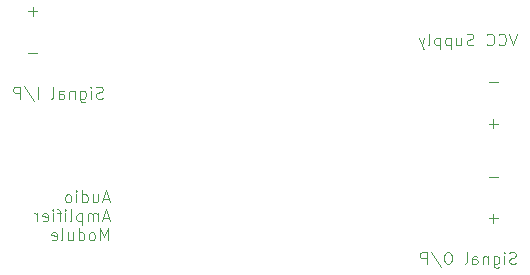
<source format=gbr>
%TF.GenerationSoftware,KiCad,Pcbnew,8.0.4*%
%TF.CreationDate,2024-08-29T23:22:00+05:30*%
%TF.ProjectId,LM386 Amp,4c4d3338-3620-4416-9d70-2e6b69636164,rev?*%
%TF.SameCoordinates,Original*%
%TF.FileFunction,Legend,Bot*%
%TF.FilePolarity,Positive*%
%FSLAX46Y46*%
G04 Gerber Fmt 4.6, Leading zero omitted, Abs format (unit mm)*
G04 Created by KiCad (PCBNEW 8.0.4) date 2024-08-29 23:22:00*
%MOMM*%
%LPD*%
G01*
G04 APERTURE LIST*
%ADD10C,0.100000*%
G04 APERTURE END LIST*
D10*
X158743734Y-134324800D02*
X158600877Y-134372419D01*
X158600877Y-134372419D02*
X158362782Y-134372419D01*
X158362782Y-134372419D02*
X158267544Y-134324800D01*
X158267544Y-134324800D02*
X158219925Y-134277180D01*
X158219925Y-134277180D02*
X158172306Y-134181942D01*
X158172306Y-134181942D02*
X158172306Y-134086704D01*
X158172306Y-134086704D02*
X158219925Y-133991466D01*
X158219925Y-133991466D02*
X158267544Y-133943847D01*
X158267544Y-133943847D02*
X158362782Y-133896228D01*
X158362782Y-133896228D02*
X158553258Y-133848609D01*
X158553258Y-133848609D02*
X158648496Y-133800990D01*
X158648496Y-133800990D02*
X158696115Y-133753371D01*
X158696115Y-133753371D02*
X158743734Y-133658133D01*
X158743734Y-133658133D02*
X158743734Y-133562895D01*
X158743734Y-133562895D02*
X158696115Y-133467657D01*
X158696115Y-133467657D02*
X158648496Y-133420038D01*
X158648496Y-133420038D02*
X158553258Y-133372419D01*
X158553258Y-133372419D02*
X158315163Y-133372419D01*
X158315163Y-133372419D02*
X158172306Y-133420038D01*
X157743734Y-134372419D02*
X157743734Y-133705752D01*
X157743734Y-133372419D02*
X157791353Y-133420038D01*
X157791353Y-133420038D02*
X157743734Y-133467657D01*
X157743734Y-133467657D02*
X157696115Y-133420038D01*
X157696115Y-133420038D02*
X157743734Y-133372419D01*
X157743734Y-133372419D02*
X157743734Y-133467657D01*
X156838973Y-133705752D02*
X156838973Y-134515276D01*
X156838973Y-134515276D02*
X156886592Y-134610514D01*
X156886592Y-134610514D02*
X156934211Y-134658133D01*
X156934211Y-134658133D02*
X157029449Y-134705752D01*
X157029449Y-134705752D02*
X157172306Y-134705752D01*
X157172306Y-134705752D02*
X157267544Y-134658133D01*
X156838973Y-134324800D02*
X156934211Y-134372419D01*
X156934211Y-134372419D02*
X157124687Y-134372419D01*
X157124687Y-134372419D02*
X157219925Y-134324800D01*
X157219925Y-134324800D02*
X157267544Y-134277180D01*
X157267544Y-134277180D02*
X157315163Y-134181942D01*
X157315163Y-134181942D02*
X157315163Y-133896228D01*
X157315163Y-133896228D02*
X157267544Y-133800990D01*
X157267544Y-133800990D02*
X157219925Y-133753371D01*
X157219925Y-133753371D02*
X157124687Y-133705752D01*
X157124687Y-133705752D02*
X156934211Y-133705752D01*
X156934211Y-133705752D02*
X156838973Y-133753371D01*
X156362782Y-133705752D02*
X156362782Y-134372419D01*
X156362782Y-133800990D02*
X156315163Y-133753371D01*
X156315163Y-133753371D02*
X156219925Y-133705752D01*
X156219925Y-133705752D02*
X156077068Y-133705752D01*
X156077068Y-133705752D02*
X155981830Y-133753371D01*
X155981830Y-133753371D02*
X155934211Y-133848609D01*
X155934211Y-133848609D02*
X155934211Y-134372419D01*
X155029449Y-134372419D02*
X155029449Y-133848609D01*
X155029449Y-133848609D02*
X155077068Y-133753371D01*
X155077068Y-133753371D02*
X155172306Y-133705752D01*
X155172306Y-133705752D02*
X155362782Y-133705752D01*
X155362782Y-133705752D02*
X155458020Y-133753371D01*
X155029449Y-134324800D02*
X155124687Y-134372419D01*
X155124687Y-134372419D02*
X155362782Y-134372419D01*
X155362782Y-134372419D02*
X155458020Y-134324800D01*
X155458020Y-134324800D02*
X155505639Y-134229561D01*
X155505639Y-134229561D02*
X155505639Y-134134323D01*
X155505639Y-134134323D02*
X155458020Y-134039085D01*
X155458020Y-134039085D02*
X155362782Y-133991466D01*
X155362782Y-133991466D02*
X155124687Y-133991466D01*
X155124687Y-133991466D02*
X155029449Y-133943847D01*
X154410401Y-134372419D02*
X154505639Y-134324800D01*
X154505639Y-134324800D02*
X154553258Y-134229561D01*
X154553258Y-134229561D02*
X154553258Y-133372419D01*
X153267543Y-134372419D02*
X153267543Y-133372419D01*
X152077068Y-133324800D02*
X152934210Y-134610514D01*
X151743734Y-134372419D02*
X151743734Y-133372419D01*
X151743734Y-133372419D02*
X151362782Y-133372419D01*
X151362782Y-133372419D02*
X151267544Y-133420038D01*
X151267544Y-133420038D02*
X151219925Y-133467657D01*
X151219925Y-133467657D02*
X151172306Y-133562895D01*
X151172306Y-133562895D02*
X151172306Y-133705752D01*
X151172306Y-133705752D02*
X151219925Y-133800990D01*
X151219925Y-133800990D02*
X151267544Y-133848609D01*
X151267544Y-133848609D02*
X151362782Y-133896228D01*
X151362782Y-133896228D02*
X151743734Y-133896228D01*
X159243734Y-142866816D02*
X158767544Y-142866816D01*
X159338972Y-143152531D02*
X159005639Y-142152531D01*
X159005639Y-142152531D02*
X158672306Y-143152531D01*
X157910401Y-142485864D02*
X157910401Y-143152531D01*
X158338972Y-142485864D02*
X158338972Y-143009673D01*
X158338972Y-143009673D02*
X158291353Y-143104912D01*
X158291353Y-143104912D02*
X158196115Y-143152531D01*
X158196115Y-143152531D02*
X158053258Y-143152531D01*
X158053258Y-143152531D02*
X157958020Y-143104912D01*
X157958020Y-143104912D02*
X157910401Y-143057292D01*
X157005639Y-143152531D02*
X157005639Y-142152531D01*
X157005639Y-143104912D02*
X157100877Y-143152531D01*
X157100877Y-143152531D02*
X157291353Y-143152531D01*
X157291353Y-143152531D02*
X157386591Y-143104912D01*
X157386591Y-143104912D02*
X157434210Y-143057292D01*
X157434210Y-143057292D02*
X157481829Y-142962054D01*
X157481829Y-142962054D02*
X157481829Y-142676340D01*
X157481829Y-142676340D02*
X157434210Y-142581102D01*
X157434210Y-142581102D02*
X157386591Y-142533483D01*
X157386591Y-142533483D02*
X157291353Y-142485864D01*
X157291353Y-142485864D02*
X157100877Y-142485864D01*
X157100877Y-142485864D02*
X157005639Y-142533483D01*
X156529448Y-143152531D02*
X156529448Y-142485864D01*
X156529448Y-142152531D02*
X156577067Y-142200150D01*
X156577067Y-142200150D02*
X156529448Y-142247769D01*
X156529448Y-142247769D02*
X156481829Y-142200150D01*
X156481829Y-142200150D02*
X156529448Y-142152531D01*
X156529448Y-142152531D02*
X156529448Y-142247769D01*
X155910401Y-143152531D02*
X156005639Y-143104912D01*
X156005639Y-143104912D02*
X156053258Y-143057292D01*
X156053258Y-143057292D02*
X156100877Y-142962054D01*
X156100877Y-142962054D02*
X156100877Y-142676340D01*
X156100877Y-142676340D02*
X156053258Y-142581102D01*
X156053258Y-142581102D02*
X156005639Y-142533483D01*
X156005639Y-142533483D02*
X155910401Y-142485864D01*
X155910401Y-142485864D02*
X155767544Y-142485864D01*
X155767544Y-142485864D02*
X155672306Y-142533483D01*
X155672306Y-142533483D02*
X155624687Y-142581102D01*
X155624687Y-142581102D02*
X155577068Y-142676340D01*
X155577068Y-142676340D02*
X155577068Y-142962054D01*
X155577068Y-142962054D02*
X155624687Y-143057292D01*
X155624687Y-143057292D02*
X155672306Y-143104912D01*
X155672306Y-143104912D02*
X155767544Y-143152531D01*
X155767544Y-143152531D02*
X155910401Y-143152531D01*
X159243734Y-144476760D02*
X158767544Y-144476760D01*
X159338972Y-144762475D02*
X159005639Y-143762475D01*
X159005639Y-143762475D02*
X158672306Y-144762475D01*
X158338972Y-144762475D02*
X158338972Y-144095808D01*
X158338972Y-144191046D02*
X158291353Y-144143427D01*
X158291353Y-144143427D02*
X158196115Y-144095808D01*
X158196115Y-144095808D02*
X158053258Y-144095808D01*
X158053258Y-144095808D02*
X157958020Y-144143427D01*
X157958020Y-144143427D02*
X157910401Y-144238665D01*
X157910401Y-144238665D02*
X157910401Y-144762475D01*
X157910401Y-144238665D02*
X157862782Y-144143427D01*
X157862782Y-144143427D02*
X157767544Y-144095808D01*
X157767544Y-144095808D02*
X157624687Y-144095808D01*
X157624687Y-144095808D02*
X157529448Y-144143427D01*
X157529448Y-144143427D02*
X157481829Y-144238665D01*
X157481829Y-144238665D02*
X157481829Y-144762475D01*
X157005639Y-144095808D02*
X157005639Y-145095808D01*
X157005639Y-144143427D02*
X156910401Y-144095808D01*
X156910401Y-144095808D02*
X156719925Y-144095808D01*
X156719925Y-144095808D02*
X156624687Y-144143427D01*
X156624687Y-144143427D02*
X156577068Y-144191046D01*
X156577068Y-144191046D02*
X156529449Y-144286284D01*
X156529449Y-144286284D02*
X156529449Y-144571998D01*
X156529449Y-144571998D02*
X156577068Y-144667236D01*
X156577068Y-144667236D02*
X156624687Y-144714856D01*
X156624687Y-144714856D02*
X156719925Y-144762475D01*
X156719925Y-144762475D02*
X156910401Y-144762475D01*
X156910401Y-144762475D02*
X157005639Y-144714856D01*
X155958020Y-144762475D02*
X156053258Y-144714856D01*
X156053258Y-144714856D02*
X156100877Y-144619617D01*
X156100877Y-144619617D02*
X156100877Y-143762475D01*
X155577067Y-144762475D02*
X155577067Y-144095808D01*
X155577067Y-143762475D02*
X155624686Y-143810094D01*
X155624686Y-143810094D02*
X155577067Y-143857713D01*
X155577067Y-143857713D02*
X155529448Y-143810094D01*
X155529448Y-143810094D02*
X155577067Y-143762475D01*
X155577067Y-143762475D02*
X155577067Y-143857713D01*
X155243734Y-144095808D02*
X154862782Y-144095808D01*
X155100877Y-144762475D02*
X155100877Y-143905332D01*
X155100877Y-143905332D02*
X155053258Y-143810094D01*
X155053258Y-143810094D02*
X154958020Y-143762475D01*
X154958020Y-143762475D02*
X154862782Y-143762475D01*
X154529448Y-144762475D02*
X154529448Y-144095808D01*
X154529448Y-143762475D02*
X154577067Y-143810094D01*
X154577067Y-143810094D02*
X154529448Y-143857713D01*
X154529448Y-143857713D02*
X154481829Y-143810094D01*
X154481829Y-143810094D02*
X154529448Y-143762475D01*
X154529448Y-143762475D02*
X154529448Y-143857713D01*
X153672306Y-144714856D02*
X153767544Y-144762475D01*
X153767544Y-144762475D02*
X153958020Y-144762475D01*
X153958020Y-144762475D02*
X154053258Y-144714856D01*
X154053258Y-144714856D02*
X154100877Y-144619617D01*
X154100877Y-144619617D02*
X154100877Y-144238665D01*
X154100877Y-144238665D02*
X154053258Y-144143427D01*
X154053258Y-144143427D02*
X153958020Y-144095808D01*
X153958020Y-144095808D02*
X153767544Y-144095808D01*
X153767544Y-144095808D02*
X153672306Y-144143427D01*
X153672306Y-144143427D02*
X153624687Y-144238665D01*
X153624687Y-144238665D02*
X153624687Y-144333903D01*
X153624687Y-144333903D02*
X154100877Y-144429141D01*
X153196115Y-144762475D02*
X153196115Y-144095808D01*
X153196115Y-144286284D02*
X153148496Y-144191046D01*
X153148496Y-144191046D02*
X153100877Y-144143427D01*
X153100877Y-144143427D02*
X153005639Y-144095808D01*
X153005639Y-144095808D02*
X152910401Y-144095808D01*
X159196115Y-146372419D02*
X159196115Y-145372419D01*
X159196115Y-145372419D02*
X158862782Y-146086704D01*
X158862782Y-146086704D02*
X158529449Y-145372419D01*
X158529449Y-145372419D02*
X158529449Y-146372419D01*
X157910401Y-146372419D02*
X158005639Y-146324800D01*
X158005639Y-146324800D02*
X158053258Y-146277180D01*
X158053258Y-146277180D02*
X158100877Y-146181942D01*
X158100877Y-146181942D02*
X158100877Y-145896228D01*
X158100877Y-145896228D02*
X158053258Y-145800990D01*
X158053258Y-145800990D02*
X158005639Y-145753371D01*
X158005639Y-145753371D02*
X157910401Y-145705752D01*
X157910401Y-145705752D02*
X157767544Y-145705752D01*
X157767544Y-145705752D02*
X157672306Y-145753371D01*
X157672306Y-145753371D02*
X157624687Y-145800990D01*
X157624687Y-145800990D02*
X157577068Y-145896228D01*
X157577068Y-145896228D02*
X157577068Y-146181942D01*
X157577068Y-146181942D02*
X157624687Y-146277180D01*
X157624687Y-146277180D02*
X157672306Y-146324800D01*
X157672306Y-146324800D02*
X157767544Y-146372419D01*
X157767544Y-146372419D02*
X157910401Y-146372419D01*
X156719925Y-146372419D02*
X156719925Y-145372419D01*
X156719925Y-146324800D02*
X156815163Y-146372419D01*
X156815163Y-146372419D02*
X157005639Y-146372419D01*
X157005639Y-146372419D02*
X157100877Y-146324800D01*
X157100877Y-146324800D02*
X157148496Y-146277180D01*
X157148496Y-146277180D02*
X157196115Y-146181942D01*
X157196115Y-146181942D02*
X157196115Y-145896228D01*
X157196115Y-145896228D02*
X157148496Y-145800990D01*
X157148496Y-145800990D02*
X157100877Y-145753371D01*
X157100877Y-145753371D02*
X157005639Y-145705752D01*
X157005639Y-145705752D02*
X156815163Y-145705752D01*
X156815163Y-145705752D02*
X156719925Y-145753371D01*
X155815163Y-145705752D02*
X155815163Y-146372419D01*
X156243734Y-145705752D02*
X156243734Y-146229561D01*
X156243734Y-146229561D02*
X156196115Y-146324800D01*
X156196115Y-146324800D02*
X156100877Y-146372419D01*
X156100877Y-146372419D02*
X155958020Y-146372419D01*
X155958020Y-146372419D02*
X155862782Y-146324800D01*
X155862782Y-146324800D02*
X155815163Y-146277180D01*
X155196115Y-146372419D02*
X155291353Y-146324800D01*
X155291353Y-146324800D02*
X155338972Y-146229561D01*
X155338972Y-146229561D02*
X155338972Y-145372419D01*
X154434210Y-146324800D02*
X154529448Y-146372419D01*
X154529448Y-146372419D02*
X154719924Y-146372419D01*
X154719924Y-146372419D02*
X154815162Y-146324800D01*
X154815162Y-146324800D02*
X154862781Y-146229561D01*
X154862781Y-146229561D02*
X154862781Y-145848609D01*
X154862781Y-145848609D02*
X154815162Y-145753371D01*
X154815162Y-145753371D02*
X154719924Y-145705752D01*
X154719924Y-145705752D02*
X154529448Y-145705752D01*
X154529448Y-145705752D02*
X154434210Y-145753371D01*
X154434210Y-145753371D02*
X154386591Y-145848609D01*
X154386591Y-145848609D02*
X154386591Y-145943847D01*
X154386591Y-145943847D02*
X154862781Y-146039085D01*
X153196115Y-130491466D02*
X152434211Y-130491466D01*
X153196115Y-126991466D02*
X152434211Y-126991466D01*
X152815163Y-127372419D02*
X152815163Y-126610514D01*
X192196115Y-132991466D02*
X191434211Y-132991466D01*
X192196115Y-136491466D02*
X191434211Y-136491466D01*
X191815163Y-136872419D02*
X191815163Y-136110514D01*
X192196115Y-140991466D02*
X191434211Y-140991466D01*
X192196115Y-144491466D02*
X191434211Y-144491466D01*
X191815163Y-144872419D02*
X191815163Y-144110514D01*
X193838972Y-128872419D02*
X193505639Y-129872419D01*
X193505639Y-129872419D02*
X193172306Y-128872419D01*
X192267544Y-129777180D02*
X192315163Y-129824800D01*
X192315163Y-129824800D02*
X192458020Y-129872419D01*
X192458020Y-129872419D02*
X192553258Y-129872419D01*
X192553258Y-129872419D02*
X192696115Y-129824800D01*
X192696115Y-129824800D02*
X192791353Y-129729561D01*
X192791353Y-129729561D02*
X192838972Y-129634323D01*
X192838972Y-129634323D02*
X192886591Y-129443847D01*
X192886591Y-129443847D02*
X192886591Y-129300990D01*
X192886591Y-129300990D02*
X192838972Y-129110514D01*
X192838972Y-129110514D02*
X192791353Y-129015276D01*
X192791353Y-129015276D02*
X192696115Y-128920038D01*
X192696115Y-128920038D02*
X192553258Y-128872419D01*
X192553258Y-128872419D02*
X192458020Y-128872419D01*
X192458020Y-128872419D02*
X192315163Y-128920038D01*
X192315163Y-128920038D02*
X192267544Y-128967657D01*
X191267544Y-129777180D02*
X191315163Y-129824800D01*
X191315163Y-129824800D02*
X191458020Y-129872419D01*
X191458020Y-129872419D02*
X191553258Y-129872419D01*
X191553258Y-129872419D02*
X191696115Y-129824800D01*
X191696115Y-129824800D02*
X191791353Y-129729561D01*
X191791353Y-129729561D02*
X191838972Y-129634323D01*
X191838972Y-129634323D02*
X191886591Y-129443847D01*
X191886591Y-129443847D02*
X191886591Y-129300990D01*
X191886591Y-129300990D02*
X191838972Y-129110514D01*
X191838972Y-129110514D02*
X191791353Y-129015276D01*
X191791353Y-129015276D02*
X191696115Y-128920038D01*
X191696115Y-128920038D02*
X191553258Y-128872419D01*
X191553258Y-128872419D02*
X191458020Y-128872419D01*
X191458020Y-128872419D02*
X191315163Y-128920038D01*
X191315163Y-128920038D02*
X191267544Y-128967657D01*
X190124686Y-129824800D02*
X189981829Y-129872419D01*
X189981829Y-129872419D02*
X189743734Y-129872419D01*
X189743734Y-129872419D02*
X189648496Y-129824800D01*
X189648496Y-129824800D02*
X189600877Y-129777180D01*
X189600877Y-129777180D02*
X189553258Y-129681942D01*
X189553258Y-129681942D02*
X189553258Y-129586704D01*
X189553258Y-129586704D02*
X189600877Y-129491466D01*
X189600877Y-129491466D02*
X189648496Y-129443847D01*
X189648496Y-129443847D02*
X189743734Y-129396228D01*
X189743734Y-129396228D02*
X189934210Y-129348609D01*
X189934210Y-129348609D02*
X190029448Y-129300990D01*
X190029448Y-129300990D02*
X190077067Y-129253371D01*
X190077067Y-129253371D02*
X190124686Y-129158133D01*
X190124686Y-129158133D02*
X190124686Y-129062895D01*
X190124686Y-129062895D02*
X190077067Y-128967657D01*
X190077067Y-128967657D02*
X190029448Y-128920038D01*
X190029448Y-128920038D02*
X189934210Y-128872419D01*
X189934210Y-128872419D02*
X189696115Y-128872419D01*
X189696115Y-128872419D02*
X189553258Y-128920038D01*
X188696115Y-129205752D02*
X188696115Y-129872419D01*
X189124686Y-129205752D02*
X189124686Y-129729561D01*
X189124686Y-129729561D02*
X189077067Y-129824800D01*
X189077067Y-129824800D02*
X188981829Y-129872419D01*
X188981829Y-129872419D02*
X188838972Y-129872419D01*
X188838972Y-129872419D02*
X188743734Y-129824800D01*
X188743734Y-129824800D02*
X188696115Y-129777180D01*
X188219924Y-129205752D02*
X188219924Y-130205752D01*
X188219924Y-129253371D02*
X188124686Y-129205752D01*
X188124686Y-129205752D02*
X187934210Y-129205752D01*
X187934210Y-129205752D02*
X187838972Y-129253371D01*
X187838972Y-129253371D02*
X187791353Y-129300990D01*
X187791353Y-129300990D02*
X187743734Y-129396228D01*
X187743734Y-129396228D02*
X187743734Y-129681942D01*
X187743734Y-129681942D02*
X187791353Y-129777180D01*
X187791353Y-129777180D02*
X187838972Y-129824800D01*
X187838972Y-129824800D02*
X187934210Y-129872419D01*
X187934210Y-129872419D02*
X188124686Y-129872419D01*
X188124686Y-129872419D02*
X188219924Y-129824800D01*
X187315162Y-129205752D02*
X187315162Y-130205752D01*
X187315162Y-129253371D02*
X187219924Y-129205752D01*
X187219924Y-129205752D02*
X187029448Y-129205752D01*
X187029448Y-129205752D02*
X186934210Y-129253371D01*
X186934210Y-129253371D02*
X186886591Y-129300990D01*
X186886591Y-129300990D02*
X186838972Y-129396228D01*
X186838972Y-129396228D02*
X186838972Y-129681942D01*
X186838972Y-129681942D02*
X186886591Y-129777180D01*
X186886591Y-129777180D02*
X186934210Y-129824800D01*
X186934210Y-129824800D02*
X187029448Y-129872419D01*
X187029448Y-129872419D02*
X187219924Y-129872419D01*
X187219924Y-129872419D02*
X187315162Y-129824800D01*
X186267543Y-129872419D02*
X186362781Y-129824800D01*
X186362781Y-129824800D02*
X186410400Y-129729561D01*
X186410400Y-129729561D02*
X186410400Y-128872419D01*
X185981828Y-129205752D02*
X185743733Y-129872419D01*
X185505638Y-129205752D02*
X185743733Y-129872419D01*
X185743733Y-129872419D02*
X185838971Y-130110514D01*
X185838971Y-130110514D02*
X185886590Y-130158133D01*
X185886590Y-130158133D02*
X185981828Y-130205752D01*
X193743734Y-148324800D02*
X193600877Y-148372419D01*
X193600877Y-148372419D02*
X193362782Y-148372419D01*
X193362782Y-148372419D02*
X193267544Y-148324800D01*
X193267544Y-148324800D02*
X193219925Y-148277180D01*
X193219925Y-148277180D02*
X193172306Y-148181942D01*
X193172306Y-148181942D02*
X193172306Y-148086704D01*
X193172306Y-148086704D02*
X193219925Y-147991466D01*
X193219925Y-147991466D02*
X193267544Y-147943847D01*
X193267544Y-147943847D02*
X193362782Y-147896228D01*
X193362782Y-147896228D02*
X193553258Y-147848609D01*
X193553258Y-147848609D02*
X193648496Y-147800990D01*
X193648496Y-147800990D02*
X193696115Y-147753371D01*
X193696115Y-147753371D02*
X193743734Y-147658133D01*
X193743734Y-147658133D02*
X193743734Y-147562895D01*
X193743734Y-147562895D02*
X193696115Y-147467657D01*
X193696115Y-147467657D02*
X193648496Y-147420038D01*
X193648496Y-147420038D02*
X193553258Y-147372419D01*
X193553258Y-147372419D02*
X193315163Y-147372419D01*
X193315163Y-147372419D02*
X193172306Y-147420038D01*
X192743734Y-148372419D02*
X192743734Y-147705752D01*
X192743734Y-147372419D02*
X192791353Y-147420038D01*
X192791353Y-147420038D02*
X192743734Y-147467657D01*
X192743734Y-147467657D02*
X192696115Y-147420038D01*
X192696115Y-147420038D02*
X192743734Y-147372419D01*
X192743734Y-147372419D02*
X192743734Y-147467657D01*
X191838973Y-147705752D02*
X191838973Y-148515276D01*
X191838973Y-148515276D02*
X191886592Y-148610514D01*
X191886592Y-148610514D02*
X191934211Y-148658133D01*
X191934211Y-148658133D02*
X192029449Y-148705752D01*
X192029449Y-148705752D02*
X192172306Y-148705752D01*
X192172306Y-148705752D02*
X192267544Y-148658133D01*
X191838973Y-148324800D02*
X191934211Y-148372419D01*
X191934211Y-148372419D02*
X192124687Y-148372419D01*
X192124687Y-148372419D02*
X192219925Y-148324800D01*
X192219925Y-148324800D02*
X192267544Y-148277180D01*
X192267544Y-148277180D02*
X192315163Y-148181942D01*
X192315163Y-148181942D02*
X192315163Y-147896228D01*
X192315163Y-147896228D02*
X192267544Y-147800990D01*
X192267544Y-147800990D02*
X192219925Y-147753371D01*
X192219925Y-147753371D02*
X192124687Y-147705752D01*
X192124687Y-147705752D02*
X191934211Y-147705752D01*
X191934211Y-147705752D02*
X191838973Y-147753371D01*
X191362782Y-147705752D02*
X191362782Y-148372419D01*
X191362782Y-147800990D02*
X191315163Y-147753371D01*
X191315163Y-147753371D02*
X191219925Y-147705752D01*
X191219925Y-147705752D02*
X191077068Y-147705752D01*
X191077068Y-147705752D02*
X190981830Y-147753371D01*
X190981830Y-147753371D02*
X190934211Y-147848609D01*
X190934211Y-147848609D02*
X190934211Y-148372419D01*
X190029449Y-148372419D02*
X190029449Y-147848609D01*
X190029449Y-147848609D02*
X190077068Y-147753371D01*
X190077068Y-147753371D02*
X190172306Y-147705752D01*
X190172306Y-147705752D02*
X190362782Y-147705752D01*
X190362782Y-147705752D02*
X190458020Y-147753371D01*
X190029449Y-148324800D02*
X190124687Y-148372419D01*
X190124687Y-148372419D02*
X190362782Y-148372419D01*
X190362782Y-148372419D02*
X190458020Y-148324800D01*
X190458020Y-148324800D02*
X190505639Y-148229561D01*
X190505639Y-148229561D02*
X190505639Y-148134323D01*
X190505639Y-148134323D02*
X190458020Y-148039085D01*
X190458020Y-148039085D02*
X190362782Y-147991466D01*
X190362782Y-147991466D02*
X190124687Y-147991466D01*
X190124687Y-147991466D02*
X190029449Y-147943847D01*
X189410401Y-148372419D02*
X189505639Y-148324800D01*
X189505639Y-148324800D02*
X189553258Y-148229561D01*
X189553258Y-148229561D02*
X189553258Y-147372419D01*
X188077067Y-147372419D02*
X187886591Y-147372419D01*
X187886591Y-147372419D02*
X187791353Y-147420038D01*
X187791353Y-147420038D02*
X187696115Y-147515276D01*
X187696115Y-147515276D02*
X187648496Y-147705752D01*
X187648496Y-147705752D02*
X187648496Y-148039085D01*
X187648496Y-148039085D02*
X187696115Y-148229561D01*
X187696115Y-148229561D02*
X187791353Y-148324800D01*
X187791353Y-148324800D02*
X187886591Y-148372419D01*
X187886591Y-148372419D02*
X188077067Y-148372419D01*
X188077067Y-148372419D02*
X188172305Y-148324800D01*
X188172305Y-148324800D02*
X188267543Y-148229561D01*
X188267543Y-148229561D02*
X188315162Y-148039085D01*
X188315162Y-148039085D02*
X188315162Y-147705752D01*
X188315162Y-147705752D02*
X188267543Y-147515276D01*
X188267543Y-147515276D02*
X188172305Y-147420038D01*
X188172305Y-147420038D02*
X188077067Y-147372419D01*
X186505639Y-147324800D02*
X187362781Y-148610514D01*
X186172305Y-148372419D02*
X186172305Y-147372419D01*
X186172305Y-147372419D02*
X185791353Y-147372419D01*
X185791353Y-147372419D02*
X185696115Y-147420038D01*
X185696115Y-147420038D02*
X185648496Y-147467657D01*
X185648496Y-147467657D02*
X185600877Y-147562895D01*
X185600877Y-147562895D02*
X185600877Y-147705752D01*
X185600877Y-147705752D02*
X185648496Y-147800990D01*
X185648496Y-147800990D02*
X185696115Y-147848609D01*
X185696115Y-147848609D02*
X185791353Y-147896228D01*
X185791353Y-147896228D02*
X186172305Y-147896228D01*
M02*

</source>
